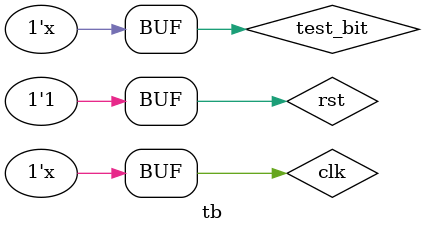
<source format=v>
`timescale 1 ns / 1 ps
module tb();
reg clk,rst;
wire [7:0] LED;
//reg [7:0] SW;

wire test_bit = tb.dut.u_CORTEXM0INTEGRATION.u_cortexm0.cm0_r00[2];

//assign tb.dut.u_CORTEXM0INTEGRATION.u_cortexm0.cm0_r00 = (test_bit==1'b0) ? 32'd0:tb.dut.u_CORTEXM0INTEGRATION.u_cortexm0.cm0_r00;


AHBLITE_SYS dut(.CLK(clk),
             .RESET(rst),
             .TCK_SWCLK(),
             .TDI_NC(),
             .TMS_SWDIO(),
             .TDO_SWO(),
             .LED(LED));

initial
    begin
        rst=0;
        clk=0;
        #7;
        rst=1;
    end

always #5 clk=~clk;

initial 
    begin
        $dumpfile ("AHBLITE_SYS.vcd");
        $dumpvars (0, tb);
        #1;
    end

endmodule

</source>
